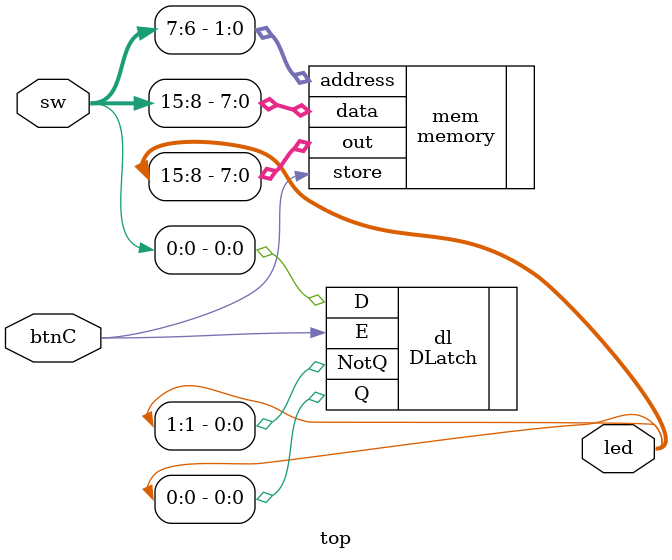
<source format=v>


module top(
input [15:0] sw,
input btnC,
output [15:0] led
    );
    

    
    DLatch dl(
    .D(sw[0]),
    .E(btnC),
    .Q(led[0]),
    .NotQ(led[1])
    );
    
    memory mem(
    .data(sw[15:8]),
    .address(sw[7:6]),
    .store(btnC),
    .out(led[15:8])
    );
    
    
endmodule


</source>
